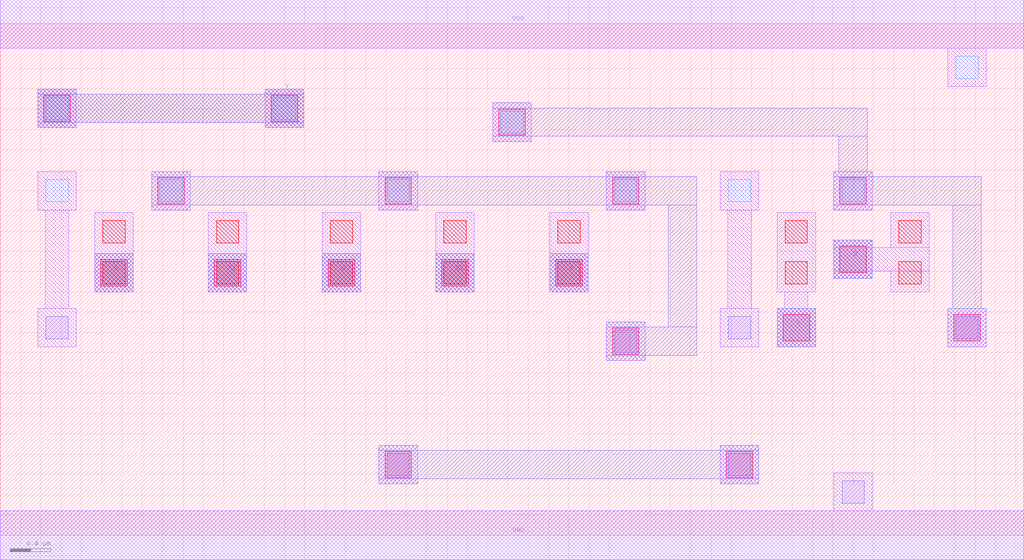
<source format=lef>
MACRO AAOAOI3211
 CLASS CORE ;
 FOREIGN AAOAOI3211 0 0 ;
 SIZE 10.08 BY 5.04 ;
 ORIGIN 0 0 ;
 SYMMETRY X Y R90 ;
 SITE unit ;
  PIN VDD
   DIRECTION INOUT ;
   USE POWER ;
   SHAPE ABUTMENT ;
    PORT
     CLASS CORE ;
       LAYER met1 ;
        RECT 0.00000000 4.80000000 10.08000000 5.28000000 ;
    END
  END VDD

  PIN GND
   DIRECTION INOUT ;
   USE POWER ;
   SHAPE ABUTMENT ;
    PORT
     CLASS CORE ;
       LAYER met1 ;
        RECT 0.00000000 -0.24000000 10.08000000 0.24000000 ;
    END
  END GND

  PIN Y
   DIRECTION INOUT ;
   USE SIGNAL ;
   SHAPE ABUTMENT ;
    PORT
     CLASS CORE ;
       LAYER met2 ;
        RECT 0.37000000 4.01700000 0.75000000 4.06700000 ;
        RECT 2.61000000 4.01700000 2.99000000 4.06700000 ;
        RECT 0.37000000 4.06700000 2.99000000 4.34700000 ;
        RECT 0.37000000 4.34700000 0.75000000 4.39700000 ;
        RECT 2.61000000 4.34700000 2.99000000 4.39700000 ;
    END
  END Y

  PIN A2
   DIRECTION INOUT ;
   USE SIGNAL ;
   SHAPE ABUTMENT ;
    PORT
     CLASS CORE ;
       LAYER met2 ;
        RECT 3.17000000 2.39700000 3.55000000 2.77700000 ;
    END
  END A2

  PIN A
   DIRECTION INOUT ;
   USE SIGNAL ;
   SHAPE ABUTMENT ;
    PORT
     CLASS CORE ;
       LAYER met2 ;
        RECT 0.93000000 2.39700000 1.31000000 2.77700000 ;
    END
  END A

  PIN A1
   DIRECTION INOUT ;
   USE SIGNAL ;
   SHAPE ABUTMENT ;
    PORT
     CLASS CORE ;
       LAYER met2 ;
        RECT 2.05000000 2.39700000 2.43000000 2.77700000 ;
    END
  END A1

  PIN B
   DIRECTION INOUT ;
   USE SIGNAL ;
   SHAPE ABUTMENT ;
    PORT
     CLASS CORE ;
       LAYER met2 ;
        RECT 5.41000000 2.39700000 5.79000000 2.77700000 ;
    END
  END B

  PIN D
   DIRECTION INOUT ;
   USE SIGNAL ;
   SHAPE ABUTMENT ;
    PORT
     CLASS CORE ;
       LAYER met2 ;
        RECT 8.21000000 2.53200000 8.59000000 2.91200000 ;
    END
  END D

  PIN B1
   DIRECTION INOUT ;
   USE SIGNAL ;
   SHAPE ABUTMENT ;
    PORT
     CLASS CORE ;
       LAYER met2 ;
        RECT 4.29000000 2.39700000 4.67000000 2.77700000 ;
    END
  END B1

  PIN C
   DIRECTION INOUT ;
   USE SIGNAL ;
   SHAPE ABUTMENT ;
    PORT
     CLASS CORE ;
       LAYER met2 ;
        RECT 7.65000000 1.85700000 8.03000000 2.23700000 ;
    END
  END C

 OBS
    LAYER polycont ;
     RECT 1.01000000 2.47700000 1.23000000 2.69700000 ;
     RECT 2.13000000 2.47700000 2.35000000 2.69700000 ;
     RECT 3.25000000 2.47700000 3.47000000 2.69700000 ;
     RECT 4.37000000 2.47700000 4.59000000 2.69700000 ;
     RECT 5.49000000 2.47700000 5.71000000 2.69700000 ;
     RECT 7.73000000 2.47700000 7.95000000 2.69700000 ;
     RECT 8.85000000 2.47700000 9.07000000 2.69700000 ;
     RECT 1.01000000 2.88200000 1.23000000 3.10200000 ;
     RECT 2.13000000 2.88200000 2.35000000 3.10200000 ;
     RECT 3.25000000 2.88200000 3.47000000 3.10200000 ;
     RECT 4.37000000 2.88200000 4.59000000 3.10200000 ;
     RECT 5.49000000 2.88200000 5.71000000 3.10200000 ;
     RECT 7.73000000 2.88200000 7.95000000 3.10200000 ;
     RECT 8.85000000 2.88200000 9.07000000 3.10200000 ;

    LAYER pdiffc ;
     RECT 0.45000000 3.28700000 0.67000000 3.50700000 ;
     RECT 1.57000000 3.28700000 1.79000000 3.50700000 ;
     RECT 3.81000000 3.28700000 4.03000000 3.50700000 ;
     RECT 6.05000000 3.28700000 6.27000000 3.50700000 ;
     RECT 7.17000000 3.28700000 7.39000000 3.50700000 ;
     RECT 8.29000000 3.28700000 8.51000000 3.50700000 ;
     RECT 4.93000000 3.96200000 5.15000000 4.18200000 ;
     RECT 0.45000000 4.09700000 0.67000000 4.31700000 ;
     RECT 2.69000000 4.09700000 2.91000000 4.31700000 ;
     RECT 9.41000000 4.50200000 9.63000000 4.72200000 ;

    LAYER ndiffc ;
     RECT 8.29000000 0.31700000 8.51000000 0.53700000 ;
     RECT 3.81000000 0.58700000 4.03000000 0.80700000 ;
     RECT 7.17000000 0.58700000 7.39000000 0.80700000 ;
     RECT 6.05000000 1.80200000 6.27000000 2.02200000 ;
     RECT 0.45000000 1.93700000 0.67000000 2.15700000 ;
     RECT 7.17000000 1.93700000 7.39000000 2.15700000 ;
     RECT 9.41000000 1.93700000 9.63000000 2.15700000 ;

    LAYER met1 ;
     RECT 0.00000000 -0.24000000 10.08000000 0.24000000 ;
     RECT 8.21000000 0.24000000 8.59000000 0.61700000 ;
     RECT 3.73000000 0.50700000 4.11000000 0.88700000 ;
     RECT 7.09000000 0.50700000 7.47000000 0.88700000 ;
     RECT 5.97000000 1.72200000 6.35000000 2.10200000 ;
     RECT 9.33000000 1.85700000 9.71000000 2.23700000 ;
     RECT 0.93000000 2.39700000 1.31000000 3.18200000 ;
     RECT 2.05000000 2.39700000 2.43000000 3.18200000 ;
     RECT 3.17000000 2.39700000 3.55000000 3.18200000 ;
     RECT 4.29000000 2.39700000 4.67000000 3.18200000 ;
     RECT 5.41000000 2.39700000 5.79000000 3.18200000 ;
     RECT 7.65000000 1.85700000 8.03000000 2.23700000 ;
     RECT 7.72500000 2.23700000 7.95500000 2.39700000 ;
     RECT 7.65000000 2.39700000 8.03000000 3.18200000 ;
     RECT 8.21000000 2.53200000 8.59000000 2.60700000 ;
     RECT 8.77000000 2.39700000 9.15000000 2.60700000 ;
     RECT 8.21000000 2.60700000 9.15000000 2.83700000 ;
     RECT 8.21000000 2.83700000 8.59000000 2.91200000 ;
     RECT 8.77000000 2.83700000 9.15000000 3.18200000 ;
     RECT 0.37000000 1.85700000 0.75000000 2.23700000 ;
     RECT 0.44500000 2.23700000 0.67500000 3.20700000 ;
     RECT 0.37000000 3.20700000 0.75000000 3.58700000 ;
     RECT 1.49000000 3.20700000 1.87000000 3.58700000 ;
     RECT 3.73000000 3.20700000 4.11000000 3.58700000 ;
     RECT 5.97000000 3.20700000 6.35000000 3.58700000 ;
     RECT 7.09000000 1.85700000 7.47000000 2.23700000 ;
     RECT 7.16500000 2.23700000 7.39500000 3.20700000 ;
     RECT 7.09000000 3.20700000 7.47000000 3.58700000 ;
     RECT 8.21000000 3.20700000 8.59000000 3.58700000 ;
     RECT 4.85000000 3.88200000 5.23000000 4.26200000 ;
     RECT 0.37000000 4.01700000 0.75000000 4.39700000 ;
     RECT 2.61000000 4.01700000 2.99000000 4.39700000 ;
     RECT 9.33000000 4.42200000 9.71000000 4.80000000 ;
     RECT 0.00000000 4.80000000 10.08000000 5.28000000 ;

    LAYER via1 ;
     RECT 3.79000000 0.56700000 4.05000000 0.82700000 ;
     RECT 7.15000000 0.56700000 7.41000000 0.82700000 ;
     RECT 6.03000000 1.78200000 6.29000000 2.04200000 ;
     RECT 7.71000000 1.91700000 7.97000000 2.17700000 ;
     RECT 9.39000000 1.91700000 9.65000000 2.17700000 ;
     RECT 0.99000000 2.45700000 1.25000000 2.71700000 ;
     RECT 2.11000000 2.45700000 2.37000000 2.71700000 ;
     RECT 3.23000000 2.45700000 3.49000000 2.71700000 ;
     RECT 4.35000000 2.45700000 4.61000000 2.71700000 ;
     RECT 5.47000000 2.45700000 5.73000000 2.71700000 ;
     RECT 8.27000000 2.59200000 8.53000000 2.85200000 ;
     RECT 1.55000000 3.26700000 1.81000000 3.52700000 ;
     RECT 3.79000000 3.26700000 4.05000000 3.52700000 ;
     RECT 6.03000000 3.26700000 6.29000000 3.52700000 ;
     RECT 8.27000000 3.26700000 8.53000000 3.52700000 ;
     RECT 4.91000000 3.94200000 5.17000000 4.20200000 ;
     RECT 0.43000000 4.07700000 0.69000000 4.33700000 ;
     RECT 2.67000000 4.07700000 2.93000000 4.33700000 ;

    LAYER met2 ;
     RECT 3.73000000 0.50700000 4.11000000 0.55700000 ;
     RECT 7.09000000 0.50700000 7.47000000 0.55700000 ;
     RECT 3.73000000 0.55700000 7.47000000 0.83700000 ;
     RECT 3.73000000 0.83700000 4.11000000 0.88700000 ;
     RECT 7.09000000 0.83700000 7.47000000 0.88700000 ;
     RECT 7.65000000 1.85700000 8.03000000 2.23700000 ;
     RECT 0.93000000 2.39700000 1.31000000 2.77700000 ;
     RECT 2.05000000 2.39700000 2.43000000 2.77700000 ;
     RECT 3.17000000 2.39700000 3.55000000 2.77700000 ;
     RECT 4.29000000 2.39700000 4.67000000 2.77700000 ;
     RECT 5.41000000 2.39700000 5.79000000 2.77700000 ;
     RECT 8.21000000 2.53200000 8.59000000 2.91200000 ;
     RECT 5.97000000 1.72200000 6.35000000 1.77200000 ;
     RECT 5.97000000 1.77200000 6.86000000 2.05200000 ;
     RECT 5.97000000 2.05200000 6.35000000 2.10200000 ;
     RECT 1.49000000 3.20700000 1.87000000 3.25700000 ;
     RECT 3.73000000 3.20700000 4.11000000 3.25700000 ;
     RECT 5.97000000 3.20700000 6.35000000 3.25700000 ;
     RECT 6.58000000 2.05200000 6.86000000 3.25700000 ;
     RECT 1.49000000 3.25700000 6.86000000 3.53700000 ;
     RECT 1.49000000 3.53700000 1.87000000 3.58700000 ;
     RECT 3.73000000 3.53700000 4.11000000 3.58700000 ;
     RECT 5.97000000 3.53700000 6.35000000 3.58700000 ;
     RECT 9.33000000 1.85700000 9.71000000 2.23700000 ;
     RECT 8.21000000 3.20700000 8.59000000 3.25700000 ;
     RECT 9.38000000 2.23700000 9.66000000 3.25700000 ;
     RECT 8.21000000 3.25700000 9.66000000 3.53700000 ;
     RECT 8.21000000 3.53700000 8.59000000 3.58700000 ;
     RECT 4.85000000 3.88200000 5.23000000 3.93200000 ;
     RECT 8.26000000 3.58700000 8.54000000 3.93200000 ;
     RECT 4.85000000 3.93200000 8.54000000 4.21200000 ;
     RECT 4.85000000 4.21200000 5.23000000 4.26200000 ;
     RECT 0.37000000 4.01700000 0.75000000 4.06700000 ;
     RECT 2.61000000 4.01700000 2.99000000 4.06700000 ;
     RECT 0.37000000 4.06700000 2.99000000 4.34700000 ;
     RECT 0.37000000 4.34700000 0.75000000 4.39700000 ;
     RECT 2.61000000 4.34700000 2.99000000 4.39700000 ;

 END
END AAOAOI3211

</source>
